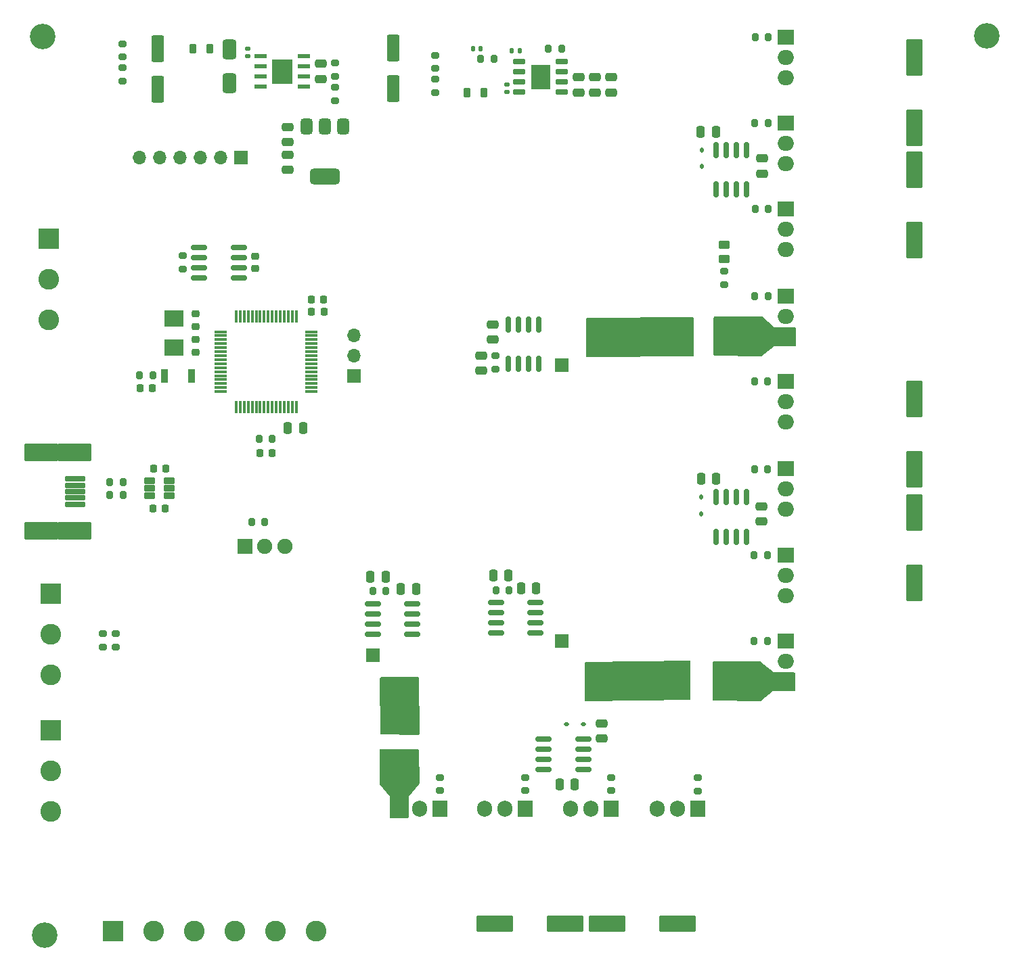
<source format=gbr>
%TF.GenerationSoftware,KiCad,Pcbnew,8.0.9-8.0.9-0~ubuntu24.04.1*%
%TF.CreationDate,2025-06-09T21:45:26+03:00*%
%TF.ProjectId,BLDC Motor Driver,424c4443-204d-46f7-946f-722044726976,rev?*%
%TF.SameCoordinates,Original*%
%TF.FileFunction,Soldermask,Top*%
%TF.FilePolarity,Negative*%
%FSLAX46Y46*%
G04 Gerber Fmt 4.6, Leading zero omitted, Abs format (unit mm)*
G04 Created by KiCad (PCBNEW 8.0.9-8.0.9-0~ubuntu24.04.1) date 2025-06-09 21:45:26*
%MOMM*%
%LPD*%
G01*
G04 APERTURE LIST*
G04 Aperture macros list*
%AMRoundRect*
0 Rectangle with rounded corners*
0 $1 Rounding radius*
0 $2 $3 $4 $5 $6 $7 $8 $9 X,Y pos of 4 corners*
0 Add a 4 corners polygon primitive as box body*
4,1,4,$2,$3,$4,$5,$6,$7,$8,$9,$2,$3,0*
0 Add four circle primitives for the rounded corners*
1,1,$1+$1,$2,$3*
1,1,$1+$1,$4,$5*
1,1,$1+$1,$6,$7*
1,1,$1+$1,$8,$9*
0 Add four rect primitives between the rounded corners*
20,1,$1+$1,$2,$3,$4,$5,0*
20,1,$1+$1,$4,$5,$6,$7,0*
20,1,$1+$1,$6,$7,$8,$9,0*
20,1,$1+$1,$8,$9,$2,$3,0*%
G04 Aperture macros list end*
%ADD10RoundRect,0.250000X-0.550000X1.412500X-0.550000X-1.412500X0.550000X-1.412500X0.550000X1.412500X0*%
%ADD11RoundRect,0.200000X-0.275000X0.200000X-0.275000X-0.200000X0.275000X-0.200000X0.275000X0.200000X0*%
%ADD12R,1.700000X1.700000*%
%ADD13O,1.700000X1.700000*%
%ADD14C,3.200000*%
%ADD15RoundRect,0.200000X-0.200000X-0.275000X0.200000X-0.275000X0.200000X0.275000X-0.200000X0.275000X0*%
%ADD16RoundRect,0.250001X2.049999X0.799999X-2.049999X0.799999X-2.049999X-0.799999X2.049999X-0.799999X0*%
%ADD17RoundRect,0.099250X-0.607750X-0.297750X0.607750X-0.297750X0.607750X0.297750X-0.607750X0.297750X0*%
%ADD18RoundRect,0.250001X-0.799999X2.049999X-0.799999X-2.049999X0.799999X-2.049999X0.799999X2.049999X0*%
%ADD19RoundRect,0.150000X-0.150000X0.825000X-0.150000X-0.825000X0.150000X-0.825000X0.150000X0.825000X0*%
%ADD20RoundRect,0.200000X0.275000X-0.200000X0.275000X0.200000X-0.275000X0.200000X-0.275000X-0.200000X0*%
%ADD21RoundRect,0.250000X0.250000X0.475000X-0.250000X0.475000X-0.250000X-0.475000X0.250000X-0.475000X0*%
%ADD22RoundRect,0.150000X0.650000X0.150000X-0.650000X0.150000X-0.650000X-0.150000X0.650000X-0.150000X0*%
%ADD23R,2.410000X3.100000*%
%ADD24RoundRect,0.140000X0.170000X-0.140000X0.170000X0.140000X-0.170000X0.140000X-0.170000X-0.140000X0*%
%ADD25RoundRect,0.375000X-0.375000X0.625000X-0.375000X-0.625000X0.375000X-0.625000X0.375000X0.625000X0*%
%ADD26RoundRect,0.500000X-1.400000X0.500000X-1.400000X-0.500000X1.400000X-0.500000X1.400000X0.500000X0*%
%ADD27RoundRect,0.250000X0.475000X-0.250000X0.475000X0.250000X-0.475000X0.250000X-0.475000X-0.250000X0*%
%ADD28R,2.600000X2.600000*%
%ADD29C,2.600000*%
%ADD30RoundRect,0.250000X-0.250000X-0.475000X0.250000X-0.475000X0.250000X0.475000X-0.250000X0.475000X0*%
%ADD31R,2.000000X1.905000*%
%ADD32O,2.000000X1.905000*%
%ADD33RoundRect,0.200000X0.200000X0.275000X-0.200000X0.275000X-0.200000X-0.275000X0.200000X-0.275000X0*%
%ADD34RoundRect,0.225000X-0.225000X-0.250000X0.225000X-0.250000X0.225000X0.250000X-0.225000X0.250000X0*%
%ADD35RoundRect,0.225000X-0.250000X0.225000X-0.250000X-0.225000X0.250000X-0.225000X0.250000X0.225000X0*%
%ADD36RoundRect,0.150000X0.150000X-0.825000X0.150000X0.825000X-0.150000X0.825000X-0.150000X-0.825000X0*%
%ADD37R,0.900000X1.700000*%
%ADD38RoundRect,0.250000X-0.475000X0.250000X-0.475000X-0.250000X0.475000X-0.250000X0.475000X0.250000X0*%
%ADD39RoundRect,0.150000X0.825000X0.150000X-0.825000X0.150000X-0.825000X-0.150000X0.825000X-0.150000X0*%
%ADD40RoundRect,0.250000X-0.450000X0.262500X-0.450000X-0.262500X0.450000X-0.262500X0.450000X0.262500X0*%
%ADD41RoundRect,0.140000X0.140000X0.170000X-0.140000X0.170000X-0.140000X-0.170000X0.140000X-0.170000X0*%
%ADD42RoundRect,0.250000X1.425000X-0.362500X1.425000X0.362500X-1.425000X0.362500X-1.425000X-0.362500X0*%
%ADD43R,2.400000X2.000000*%
%ADD44RoundRect,0.112500X0.187500X0.112500X-0.187500X0.112500X-0.187500X-0.112500X0.187500X-0.112500X0*%
%ADD45RoundRect,0.150000X-0.825000X-0.150000X0.825000X-0.150000X0.825000X0.150000X-0.825000X0.150000X0*%
%ADD46RoundRect,0.112500X-0.112500X0.187500X-0.112500X-0.187500X0.112500X-0.187500X0.112500X0.187500X0*%
%ADD47RoundRect,0.250000X0.362500X1.425000X-0.362500X1.425000X-0.362500X-1.425000X0.362500X-1.425000X0*%
%ADD48R,1.905000X2.000000*%
%ADD49O,1.905000X2.000000*%
%ADD50RoundRect,0.102000X-1.130300X0.254000X-1.130300X-0.254000X1.130300X-0.254000X1.130300X0.254000X0*%
%ADD51RoundRect,0.102000X-1.993900X1.028700X-1.993900X-1.028700X1.993900X-1.028700X1.993900X1.028700X0*%
%ADD52RoundRect,0.218750X0.218750X0.381250X-0.218750X0.381250X-0.218750X-0.381250X0.218750X-0.381250X0*%
%ADD53RoundRect,0.225000X0.225000X0.250000X-0.225000X0.250000X-0.225000X-0.250000X0.225000X-0.250000X0*%
%ADD54RoundRect,0.075000X-0.700000X-0.075000X0.700000X-0.075000X0.700000X0.075000X-0.700000X0.075000X0*%
%ADD55RoundRect,0.075000X-0.075000X-0.700000X0.075000X-0.700000X0.075000X0.700000X-0.075000X0.700000X0*%
%ADD56RoundRect,0.225000X0.250000X-0.225000X0.250000X0.225000X-0.250000X0.225000X-0.250000X-0.225000X0*%
%ADD57RoundRect,0.438500X-0.438500X0.828500X-0.438500X-0.828500X0.438500X-0.828500X0.438500X0.828500X0*%
%ADD58R,1.900000X1.900000*%
%ADD59C,1.900000*%
%ADD60RoundRect,0.218750X0.218750X0.256250X-0.218750X0.256250X-0.218750X-0.256250X0.218750X-0.256250X0*%
%ADD61R,1.550000X0.600000*%
%ADD62R,2.600000X3.100000*%
G04 APERTURE END LIST*
D10*
%TO.C,C33*%
X121990489Y-44650537D03*
X121990489Y-49725537D03*
%TD*%
D11*
%TO.C,R23*%
X167955489Y-135880536D03*
X167955489Y-137530536D03*
%TD*%
D12*
%TO.C,J5*%
X132400000Y-58200000D03*
D13*
X129860000Y-58200000D03*
X127320000Y-58200000D03*
X124780000Y-58200000D03*
X122240000Y-58200000D03*
X119700000Y-58200000D03*
%TD*%
D14*
%TO.C,H3*%
X107535489Y-43060536D03*
%TD*%
D15*
%TO.C,R18*%
X196600000Y-97250000D03*
X198250000Y-97250000D03*
%TD*%
D11*
%TO.C,R32*%
X117577989Y-47013037D03*
X117577989Y-48663037D03*
%TD*%
D16*
%TO.C,C27*%
X172900000Y-154200000D03*
X164100000Y-154200000D03*
%TD*%
D17*
%TO.C,U1*%
X120897500Y-98700000D03*
X120897500Y-99650000D03*
X120897500Y-100600000D03*
X123407500Y-100600000D03*
X123407500Y-99650000D03*
X123407500Y-98700000D03*
%TD*%
D18*
%TO.C,C22*%
X216600000Y-102700000D03*
X216600000Y-111500000D03*
%TD*%
D19*
%TO.C,U5*%
X169605489Y-79125536D03*
X168335489Y-79125536D03*
X167065489Y-79125536D03*
X165795489Y-79125536D03*
X165795489Y-84075536D03*
X167065489Y-84075536D03*
X168335489Y-84075536D03*
X169605489Y-84075536D03*
%TD*%
D20*
%TO.C,R14*%
X164200489Y-84700536D03*
X164200489Y-83050536D03*
%TD*%
D21*
%TO.C,C19*%
X191817500Y-98452451D03*
X189917500Y-98452451D03*
%TD*%
D22*
%TO.C,U11*%
X172502989Y-50038037D03*
X172502989Y-48768037D03*
X172502989Y-47498037D03*
X172502989Y-46228037D03*
X167202989Y-46228037D03*
X167202989Y-47498037D03*
X167202989Y-48768037D03*
X167202989Y-50038037D03*
D23*
X169852989Y-48133037D03*
%TD*%
D24*
%TO.C,C32*%
X133240489Y-45568037D03*
X133240489Y-44608037D03*
%TD*%
D25*
%TO.C,U12*%
X145150000Y-54350000D03*
X142850000Y-54350000D03*
D26*
X142850000Y-60650000D03*
D25*
X140550000Y-54350000D03*
%TD*%
D12*
%TO.C,J6*%
X172477989Y-84213037D03*
%TD*%
D20*
%TO.C,R6*%
X125130000Y-72185000D03*
X125130000Y-70535000D03*
%TD*%
D15*
%TO.C,R19*%
X196575000Y-118800000D03*
X198225000Y-118800000D03*
%TD*%
%TO.C,R5*%
X134650000Y-93500000D03*
X136300000Y-93500000D03*
%TD*%
D27*
%TO.C,C12*%
X162400489Y-84925536D03*
X162400489Y-83025536D03*
%TD*%
D11*
%TO.C,R22*%
X189505489Y-135905536D03*
X189505489Y-137555536D03*
%TD*%
D28*
%TO.C,J3*%
X108550000Y-112850000D03*
D29*
X108550000Y-117930000D03*
X108550000Y-123010000D03*
%TD*%
D30*
%TO.C,C6*%
X138250000Y-92100000D03*
X140150000Y-92100000D03*
%TD*%
D31*
%TO.C,MOSFET4*%
X200550000Y-75610000D03*
D32*
X200550000Y-78150000D03*
X200550000Y-80690000D03*
%TD*%
D27*
%TO.C,C23*%
X177480489Y-131010536D03*
X177480489Y-129110536D03*
%TD*%
D15*
%TO.C,R26*%
X148852989Y-112493037D03*
X150502989Y-112493037D03*
%TD*%
D33*
%TO.C,R3*%
X121350000Y-85500000D03*
X119700000Y-85500000D03*
%TD*%
D11*
%TO.C,R29*%
X144140489Y-49463037D03*
X144140489Y-51113037D03*
%TD*%
D15*
%TO.C,R12*%
X196650000Y-53900000D03*
X198300000Y-53900000D03*
%TD*%
D10*
%TO.C,C38*%
X151402989Y-44495537D03*
X151402989Y-49570537D03*
%TD*%
D34*
%TO.C,C5*%
X119750000Y-87100000D03*
X121300000Y-87100000D03*
%TD*%
D35*
%TO.C,C3*%
X126700000Y-77825000D03*
X126700000Y-79375000D03*
%TD*%
D36*
%TO.C,U6*%
X191812500Y-105702451D03*
X193082500Y-105702451D03*
X194352500Y-105702451D03*
X195622500Y-105702451D03*
X195622500Y-100752451D03*
X194352500Y-100752451D03*
X193082500Y-100752451D03*
X191812500Y-100752451D03*
%TD*%
D27*
%TO.C,C39*%
X138200000Y-59800000D03*
X138200000Y-57900000D03*
%TD*%
D30*
%TO.C,C18*%
X163925000Y-110595000D03*
X165825000Y-110595000D03*
%TD*%
D11*
%TO.C,R24*%
X178655489Y-135855536D03*
X178655489Y-137505536D03*
%TD*%
D37*
%TO.C,SW1*%
X126200000Y-85600000D03*
X122800000Y-85600000D03*
%TD*%
D34*
%TO.C,C7*%
X141175000Y-76025000D03*
X142725000Y-76025000D03*
%TD*%
D38*
%TO.C,C31*%
X174602989Y-48183037D03*
X174602989Y-50083037D03*
%TD*%
D11*
%TO.C,R31*%
X117590489Y-43988037D03*
X117590489Y-45638037D03*
%TD*%
D39*
%TO.C,U9*%
X153827989Y-117913037D03*
X153827989Y-116643037D03*
X153827989Y-115373037D03*
X153827989Y-114103037D03*
X148877989Y-114103037D03*
X148877989Y-115373037D03*
X148877989Y-116643037D03*
X148877989Y-117913037D03*
%TD*%
D38*
%TO.C,C28*%
X142340489Y-46488037D03*
X142340489Y-48388037D03*
%TD*%
D33*
%TO.C,R33*%
X164027989Y-45883037D03*
X162377989Y-45883037D03*
%TD*%
D40*
%TO.C,10k1*%
X192794511Y-69144464D03*
X192794511Y-70969464D03*
%TD*%
D15*
%TO.C,R20*%
X164275000Y-112395000D03*
X165925000Y-112395000D03*
%TD*%
D31*
%TO.C,MOSFET8*%
X200490000Y-118810000D03*
D32*
X200490000Y-121350000D03*
X200490000Y-123890000D03*
%TD*%
D31*
%TO.C,MOSFET1*%
X200565000Y-43170000D03*
D32*
X200565000Y-45710000D03*
X200565000Y-48250000D03*
%TD*%
D41*
%TO.C,C36*%
X162382989Y-44583037D03*
X161422989Y-44583037D03*
%TD*%
D21*
%TO.C,C21*%
X174127989Y-136710536D03*
X172227989Y-136710536D03*
%TD*%
D42*
%TO.C,R27*%
X152227989Y-134263037D03*
X152227989Y-128338037D03*
%TD*%
D43*
%TO.C,Y1*%
X123972011Y-82066963D03*
X123972011Y-78366963D03*
%TD*%
D31*
%TO.C,MOSFET3*%
X200550000Y-53910000D03*
D32*
X200550000Y-56450000D03*
X200550000Y-58990000D03*
%TD*%
D15*
%TO.C,R2*%
X115975000Y-100450000D03*
X117625000Y-100450000D03*
%TD*%
D44*
%TO.C,D4*%
X175180489Y-129210536D03*
X173080489Y-129210536D03*
%TD*%
D45*
%TO.C,U8*%
X170250489Y-131020536D03*
X170250489Y-132290536D03*
X170250489Y-133560536D03*
X170250489Y-134830536D03*
X175200489Y-134830536D03*
X175200489Y-133560536D03*
X175200489Y-132290536D03*
X175200489Y-131020536D03*
%TD*%
D38*
%TO.C,C10*%
X197526250Y-58357501D03*
X197526250Y-60257501D03*
%TD*%
D46*
%TO.C,D3*%
X189967500Y-100752451D03*
X189967500Y-102852451D03*
%TD*%
D33*
%TO.C,R30*%
X172477989Y-44633037D03*
X170827989Y-44633037D03*
%TD*%
D11*
%TO.C,R28*%
X144140489Y-46413037D03*
X144140489Y-48063037D03*
%TD*%
D20*
%TO.C,R34*%
X156702989Y-50108037D03*
X156702989Y-48458037D03*
%TD*%
D38*
%TO.C,C30*%
X176652989Y-48183037D03*
X176652989Y-50083037D03*
%TD*%
D47*
%TO.C,R21*%
X193062500Y-123800000D03*
X187137500Y-123800000D03*
%TD*%
D48*
%TO.C,MOSFET11*%
X178645489Y-139755536D03*
D49*
X176105489Y-139755536D03*
X173565489Y-139755536D03*
%TD*%
D15*
%TO.C,R10*%
X196675000Y-43200000D03*
X198325000Y-43200000D03*
%TD*%
D21*
%TO.C,C13*%
X191796250Y-55000000D03*
X189896250Y-55000000D03*
%TD*%
D39*
%TO.C,U3*%
X132105000Y-73270000D03*
X132105000Y-72000000D03*
X132105000Y-70730000D03*
X132105000Y-69460000D03*
X127155000Y-69460000D03*
X127155000Y-70730000D03*
X127155000Y-72000000D03*
X127155000Y-73270000D03*
%TD*%
D33*
%TO.C,R4*%
X135355000Y-103856249D03*
X133705000Y-103856249D03*
%TD*%
D11*
%TO.C,R9*%
X116700000Y-117875000D03*
X116700000Y-119525000D03*
%TD*%
D48*
%TO.C,MOSFET12*%
X157255489Y-139755536D03*
D49*
X154715489Y-139755536D03*
X152175489Y-139755536D03*
%TD*%
D14*
%TO.C,H4*%
X107800000Y-155600000D03*
%TD*%
D20*
%TO.C,R7*%
X192844511Y-74119464D03*
X192844511Y-72469464D03*
%TD*%
D28*
%TO.C,J2*%
X108345000Y-68415000D03*
D29*
X108345000Y-73495000D03*
X108345000Y-78575000D03*
%TD*%
D36*
%TO.C,U4*%
X191836250Y-62250000D03*
X193106250Y-62250000D03*
X194376250Y-62250000D03*
X195646250Y-62250000D03*
X195646250Y-57300000D03*
X194376250Y-57300000D03*
X193106250Y-57300000D03*
X191836250Y-57300000D03*
%TD*%
D12*
%TO.C,J7*%
X172522011Y-118781963D03*
%TD*%
D15*
%TO.C,R11*%
X196675000Y-64700000D03*
X198325000Y-64700000D03*
%TD*%
D30*
%TO.C,C24*%
X152377989Y-112243037D03*
X154277989Y-112243037D03*
%TD*%
D18*
%TO.C,C15*%
X216600000Y-59800000D03*
X216600000Y-68600000D03*
%TD*%
D38*
%TO.C,C29*%
X178702989Y-48183037D03*
X178702989Y-50083037D03*
%TD*%
D50*
%TO.C,J1*%
X111600000Y-98469650D03*
X111600000Y-99269650D03*
X111600000Y-100069650D03*
X111600000Y-100869650D03*
X111600000Y-101669650D03*
D51*
X111575000Y-95144650D03*
X111575000Y-104994650D03*
X107375000Y-95144650D03*
X107375000Y-104994650D03*
%TD*%
D41*
%TO.C,C35*%
X167232989Y-44883037D03*
X166272989Y-44883037D03*
%TD*%
D52*
%TO.C,L1*%
X128452989Y-44638037D03*
X126327989Y-44638037D03*
%TD*%
D18*
%TO.C,C20*%
X216600000Y-88500000D03*
X216600000Y-97300000D03*
%TD*%
D47*
%TO.C,R15*%
X193062500Y-80650000D03*
X187137500Y-80650000D03*
%TD*%
D53*
%TO.C,C1*%
X122877500Y-102200000D03*
X121327500Y-102200000D03*
%TD*%
D11*
%TO.C,R25*%
X157255489Y-135855536D03*
X157255489Y-137505536D03*
%TD*%
D53*
%TO.C,C2*%
X122977500Y-97150000D03*
X121427500Y-97150000D03*
%TD*%
D31*
%TO.C,MOSFET7*%
X200500000Y-97220000D03*
D32*
X200500000Y-99760000D03*
X200500000Y-102300000D03*
%TD*%
D15*
%TO.C,R13*%
X196650000Y-75600000D03*
X198300000Y-75600000D03*
%TD*%
D30*
%TO.C,C25*%
X148577989Y-110693037D03*
X150477989Y-110693037D03*
%TD*%
D46*
%TO.C,D2*%
X190026250Y-57275000D03*
X190026250Y-59375000D03*
%TD*%
D15*
%TO.C,R17*%
X196575000Y-108000000D03*
X198225000Y-108000000D03*
%TD*%
D48*
%TO.C,MOSFET10*%
X167955489Y-139785536D03*
D49*
X165415489Y-139785536D03*
X162875489Y-139785536D03*
%TD*%
D24*
%TO.C,C34*%
X165602989Y-50063037D03*
X165602989Y-49103037D03*
%TD*%
D33*
%TO.C,R1*%
X117625000Y-98900000D03*
X115975000Y-98900000D03*
%TD*%
D48*
%TO.C,MOSFET9*%
X189510489Y-139785536D03*
D49*
X186970489Y-139785536D03*
X184430489Y-139785536D03*
%TD*%
D31*
%TO.C,MOSFET2*%
X200550000Y-64710000D03*
D32*
X200550000Y-67250000D03*
X200550000Y-69790000D03*
%TD*%
D54*
%TO.C,U2*%
X129850000Y-80050000D03*
X129850000Y-80550000D03*
X129850000Y-81050000D03*
X129850000Y-81550000D03*
X129850000Y-82050000D03*
X129850000Y-82550000D03*
X129850000Y-83050000D03*
X129850000Y-83550000D03*
X129850000Y-84050000D03*
X129850000Y-84550000D03*
X129850000Y-85050000D03*
X129850000Y-85550000D03*
X129850000Y-86050000D03*
X129850000Y-86550000D03*
X129850000Y-87050000D03*
X129850000Y-87550000D03*
D55*
X131775000Y-89475000D03*
X132275000Y-89475000D03*
X132775000Y-89475000D03*
X133275000Y-89475000D03*
X133775000Y-89475000D03*
X134275000Y-89475000D03*
X134775000Y-89475000D03*
X135275000Y-89475000D03*
X135775000Y-89475000D03*
X136275000Y-89475000D03*
X136775000Y-89475000D03*
X137275000Y-89475000D03*
X137775000Y-89475000D03*
X138275000Y-89475000D03*
X138775000Y-89475000D03*
X139275000Y-89475000D03*
D54*
X141200000Y-87550000D03*
X141200000Y-87050000D03*
X141200000Y-86550000D03*
X141200000Y-86050000D03*
X141200000Y-85550000D03*
X141200000Y-85050000D03*
X141200000Y-84550000D03*
X141200000Y-84050000D03*
X141200000Y-83550000D03*
X141200000Y-83050000D03*
X141200000Y-82550000D03*
X141200000Y-82050000D03*
X141200000Y-81550000D03*
X141200000Y-81050000D03*
X141200000Y-80550000D03*
X141200000Y-80050000D03*
D55*
X139275000Y-78125000D03*
X138775000Y-78125000D03*
X138275000Y-78125000D03*
X137775000Y-78125000D03*
X137275000Y-78125000D03*
X136775000Y-78125000D03*
X136275000Y-78125000D03*
X135775000Y-78125000D03*
X135275000Y-78125000D03*
X134775000Y-78125000D03*
X134275000Y-78125000D03*
X133775000Y-78125000D03*
X133275000Y-78125000D03*
X132775000Y-78125000D03*
X132275000Y-78125000D03*
X131775000Y-78125000D03*
%TD*%
D30*
%TO.C,C17*%
X167425000Y-112145000D03*
X169325000Y-112145000D03*
%TD*%
D28*
%TO.C,J4*%
X116400000Y-155100000D03*
D29*
X121480000Y-155100000D03*
X126560000Y-155100000D03*
X131640000Y-155100000D03*
X136720000Y-155100000D03*
X141800000Y-155100000D03*
%TD*%
D16*
%TO.C,C26*%
X187000000Y-154200000D03*
X178200000Y-154200000D03*
%TD*%
D18*
%TO.C,C14*%
X216600000Y-45700000D03*
X216600000Y-54500000D03*
%TD*%
D27*
%TO.C,C11*%
X163895489Y-81025536D03*
X163895489Y-79125536D03*
%TD*%
D35*
%TO.C,C9*%
X134130000Y-70585000D03*
X134130000Y-72135000D03*
%TD*%
D56*
%TO.C,C4*%
X126700000Y-82600000D03*
X126700000Y-81050000D03*
%TD*%
D31*
%TO.C,MOSFET5*%
X200520000Y-86300000D03*
D32*
X200520000Y-88840000D03*
X200520000Y-91380000D03*
%TD*%
D57*
%TO.C,D5*%
X130940489Y-48923037D03*
X130940489Y-44653037D03*
%TD*%
D20*
%TO.C,R35*%
X156702989Y-47083037D03*
X156702989Y-45433037D03*
%TD*%
D12*
%TO.C,J8*%
X148877989Y-120593037D03*
%TD*%
D39*
%TO.C,U7*%
X169200000Y-117800000D03*
X169200000Y-116530000D03*
X169200000Y-115260000D03*
X169200000Y-113990000D03*
X164250000Y-113990000D03*
X164250000Y-115260000D03*
X164250000Y-116530000D03*
X164250000Y-117800000D03*
%TD*%
D31*
%TO.C,MOSFET6*%
X200500000Y-108020000D03*
D32*
X200500000Y-110560000D03*
X200500000Y-113100000D03*
%TD*%
D38*
%TO.C,C37*%
X138200000Y-54400000D03*
X138200000Y-56300000D03*
%TD*%
D11*
%TO.C,R8*%
X115100000Y-117875000D03*
X115100000Y-119525000D03*
%TD*%
D58*
%TO.C,S1*%
X132850000Y-106938750D03*
D59*
X135350000Y-106938750D03*
X137850000Y-106938750D03*
%TD*%
D12*
%TO.C,J9*%
X146500000Y-85600000D03*
D13*
X146500000Y-83060000D03*
X146500000Y-80520000D03*
%TD*%
D15*
%TO.C,R16*%
X196625000Y-86300000D03*
X198275000Y-86300000D03*
%TD*%
D34*
%TO.C,C8*%
X141200000Y-77575000D03*
X142750000Y-77575000D03*
%TD*%
D60*
%TO.C,D1*%
X136287500Y-95200000D03*
X134712500Y-95200000D03*
%TD*%
D14*
%TO.C,H2*%
X225700000Y-43000000D03*
%TD*%
D28*
%TO.C,J10*%
X108600000Y-129970000D03*
D29*
X108600000Y-135050000D03*
X108600000Y-140130000D03*
%TD*%
D61*
%TO.C,U10*%
X134840489Y-45578037D03*
X134840489Y-46848037D03*
X134840489Y-48118037D03*
X134840489Y-49388037D03*
X140240489Y-49388037D03*
X140240489Y-48118037D03*
X140240489Y-46848037D03*
X140240489Y-45578037D03*
D62*
X137540489Y-47483037D03*
%TD*%
D52*
%TO.C,L2*%
X162762500Y-50083037D03*
X160637500Y-50083037D03*
%TD*%
D38*
%TO.C,C16*%
X197467500Y-101915002D03*
X197467500Y-103815002D03*
%TD*%
G36*
X188551851Y-121270346D02*
G01*
X188598202Y-121322627D01*
X188610000Y-121375416D01*
X188610000Y-126037308D01*
X188590315Y-126104347D01*
X188537511Y-126150102D01*
X188487315Y-126161301D01*
X175535059Y-126298673D01*
X175467815Y-126279701D01*
X175421502Y-126227385D01*
X175409744Y-126174933D01*
X175400250Y-121522850D01*
X175419798Y-121455771D01*
X175472508Y-121409908D01*
X175522842Y-121398605D01*
X188484592Y-121251424D01*
X188551851Y-121270346D01*
G37*
G36*
X154574456Y-132329685D02*
G01*
X154620211Y-132382489D01*
X154631409Y-132432575D01*
X154679469Y-136613870D01*
X154660556Y-136681131D01*
X154650249Y-136695259D01*
X153330000Y-138259999D01*
X153330000Y-140836000D01*
X153310315Y-140903039D01*
X153257511Y-140948794D01*
X153206000Y-140960000D01*
X151104000Y-140960000D01*
X151036961Y-140940315D01*
X150991206Y-140887511D01*
X150980000Y-140836000D01*
X150980000Y-138220000D01*
X150979998Y-138219997D01*
X149758380Y-136744284D01*
X149730794Y-136680091D01*
X149729898Y-136665495D01*
X149720282Y-132434282D01*
X149739814Y-132367198D01*
X149792514Y-132321323D01*
X149844282Y-132310000D01*
X154507417Y-132310000D01*
X154574456Y-132329685D01*
G37*
G36*
X154593896Y-123319685D02*
G01*
X154639651Y-123372489D01*
X154650854Y-123423140D01*
X154699132Y-130384884D01*
X154679913Y-130452058D01*
X154627427Y-130498178D01*
X154574882Y-130509744D01*
X149922890Y-130500250D01*
X149855891Y-130480428D01*
X149810244Y-130427531D01*
X149799146Y-130377111D01*
X149750867Y-123424861D01*
X149770086Y-123357687D01*
X149822571Y-123311566D01*
X149874864Y-123300000D01*
X154526857Y-123300000D01*
X154593896Y-123319685D01*
G37*
G36*
X197354794Y-121349924D02*
G01*
X197421800Y-121369720D01*
X197434551Y-121379152D01*
X199000000Y-122700000D01*
X201576000Y-122700000D01*
X201643039Y-122719685D01*
X201688794Y-122772489D01*
X201700000Y-122824000D01*
X201700000Y-124926000D01*
X201680315Y-124993039D01*
X201627511Y-125038794D01*
X201576000Y-125050000D01*
X198950000Y-125050000D01*
X197484935Y-126270887D01*
X197420832Y-126298683D01*
X197404527Y-126299624D01*
X191522975Y-126251016D01*
X191456101Y-126230778D01*
X191410784Y-126177598D01*
X191400000Y-126127020D01*
X191400000Y-121464207D01*
X191419685Y-121397168D01*
X191472489Y-121351413D01*
X191524207Y-121340207D01*
X197354794Y-121349924D01*
G37*
G36*
X197521716Y-78169685D02*
G01*
X197534641Y-78179228D01*
X199100000Y-79500000D01*
X201676000Y-79500000D01*
X201743039Y-79519685D01*
X201788794Y-79572489D01*
X201800000Y-79624000D01*
X201800000Y-81726000D01*
X201780315Y-81793039D01*
X201727511Y-81838794D01*
X201676000Y-81850000D01*
X199050000Y-81850000D01*
X197584935Y-83070887D01*
X197520832Y-83098683D01*
X197504527Y-83099624D01*
X191622975Y-83051016D01*
X191556101Y-83030778D01*
X191510784Y-82977598D01*
X191500000Y-82927020D01*
X191500000Y-78274000D01*
X191519685Y-78206961D01*
X191572489Y-78161206D01*
X191624000Y-78150000D01*
X197454677Y-78150000D01*
X197521716Y-78169685D01*
G37*
G36*
X188942126Y-78220330D02*
G01*
X188988467Y-78272621D01*
X189000254Y-78325134D01*
X189009749Y-82987124D01*
X188990201Y-83054204D01*
X188937490Y-83100066D01*
X188887131Y-83111369D01*
X175675382Y-83258602D01*
X175608127Y-83239666D01*
X175561787Y-83187375D01*
X175550000Y-83134610D01*
X175550000Y-78472624D01*
X175569685Y-78405585D01*
X175622489Y-78359830D01*
X175672617Y-78348632D01*
X188874871Y-78201395D01*
X188942126Y-78220330D01*
G37*
M02*

</source>
